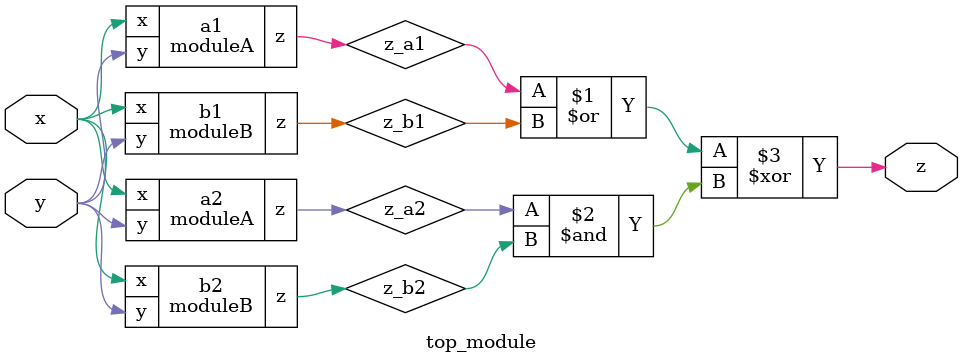
<source format=sv>
module moduleA(
    input x,
    input y,
    output z
);

assign z = (x ^ y) & x;

endmodule
module moduleB(
    input x,
    input y,
    output z
);

assign z = (x & ~y) | (~x & y) | (x & y);

endmodule
module top_module(
    input x,
    input y,
    output z
);

wire z_a1, z_b1, z_a2, z_b2;

moduleA a1(
    .x(x),
    .y(y),
    .z(z_a1)
);

moduleB b1(
    .x(x),
    .y(y),
    .z(z_b1)
);

moduleA a2(
    .x(x),
    .y(y),
    .z(z_a2)
);

moduleB b2(
    .x(x),
    .y(y),
    .z(z_b2)
);

assign z = (z_a1 | z_b1) ^ (z_a2 & z_b2);

endmodule

</source>
